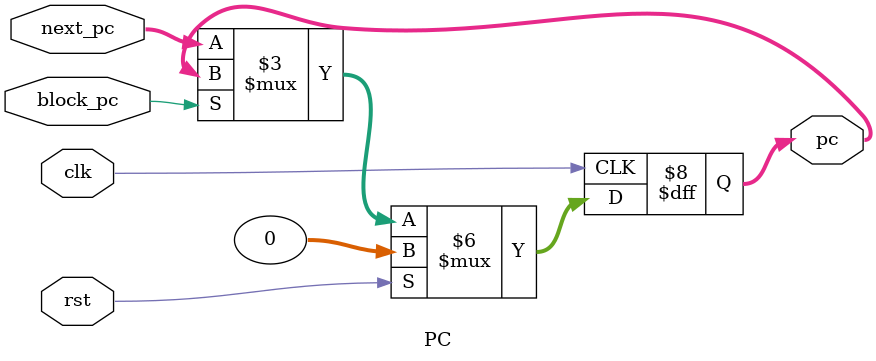
<source format=v>
module PC(
    input clk,
    input rst,
    input block_pc,
    input [31:0] next_pc,
    output reg [31:0] pc
    
);


always @(negedge clk) begin
    if (rst) begin
        pc <= 32'h00000000;
    end else begin
        if(!block_pc) begin
            pc <= next_pc;
        end
    end
end

endmodule

</source>
